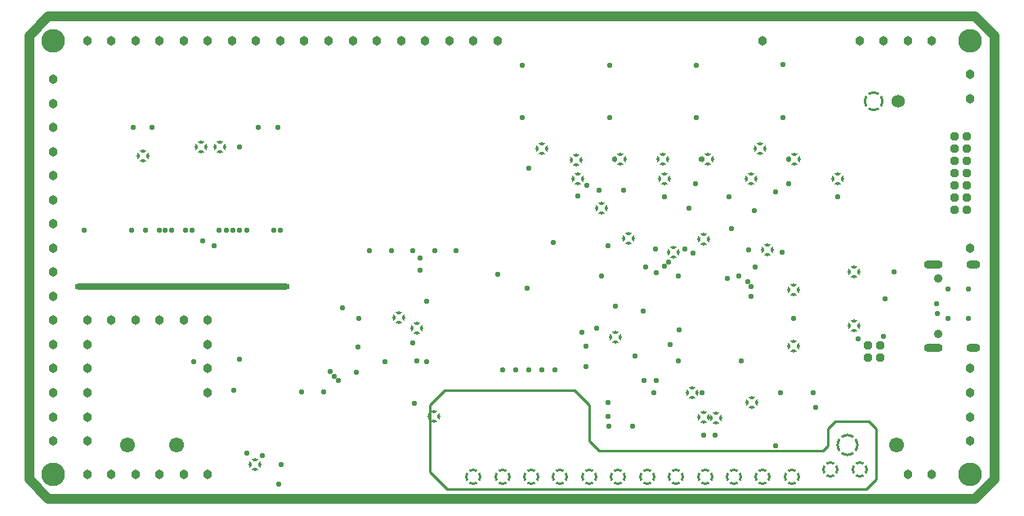
<source format=gbr>
%TF.GenerationSoftware,Altium Limited,Altium Designer,21.0.8 (223)*%
G04 Layer_Physical_Order=2*
G04 Layer_Color=32768*
%FSLAX45Y45*%
%MOMM*%
%TF.SameCoordinates,93EC2011-4169-4821-B187-25AADE7CFEA4*%
%TF.FilePolarity,Negative*%
%TF.FileFunction,Copper,L2,Inr,Plane*%
%TF.Part,Single*%
G01*
G75*
%TA.AperFunction,NonConductor*%
%ADD56C,0.25400*%
%ADD57C,1.01600*%
%TA.AperFunction,ComponentPad*%
G04:AMPARAMS|DCode=58|XSize=2.116mm|YSize=2.116mm|CornerRadius=0mm|HoleSize=0mm|Usage=FLASHONLY|Rotation=0.000|XOffset=0mm|YOffset=0mm|HoleType=Round|Shape=Relief|Width=0.254mm|Gap=0.254mm|Entries=4|*
%AMTHD58*
7,0,0,2.11600,1.60800,0.25400,45*
%
%ADD58THD58*%
%ADD59C,1.35400*%
%ADD60C,0.95400*%
%TA.AperFunction,ViaPad*%
%ADD61C,2.45400*%
%TA.AperFunction,ComponentPad*%
%ADD62O,1.45400X0.85400*%
%ADD63O,1.95400X0.85400*%
%ADD64C,0.90400*%
G04:AMPARAMS|DCode=65|XSize=2.316mm|YSize=2.316mm|CornerRadius=0mm|HoleSize=0mm|Usage=FLASHONLY|Rotation=0.000|XOffset=0mm|YOffset=0mm|HoleType=Round|Shape=Relief|Width=0.254mm|Gap=0.254mm|Entries=4|*
%AMTHD65*
7,0,0,2.31600,1.80800,0.25400,45*
%
%ADD65THD65*%
%ADD66C,1.55400*%
%ADD67O,22.25400X0.65400*%
%TA.AperFunction,ViaPad*%
%ADD68C,0.96520*%
%ADD69C,0.55400*%
G04:AMPARAMS|DCode=70|XSize=1.316mm|YSize=1.316mm|CornerRadius=0mm|HoleSize=0mm|Usage=FLASHONLY|Rotation=0.000|XOffset=0mm|YOffset=0mm|HoleType=Round|Shape=Relief|Width=0.254mm|Gap=0.254mm|Entries=4|*
%AMTHD70*
7,0,0,1.31600,0.80800,0.25400,45*
%
%ADD70THD70*%
G04:AMPARAMS|DCode=71|XSize=1.7272mm|YSize=1.7272mm|CornerRadius=0mm|HoleSize=0mm|Usage=FLASHONLY|Rotation=0.000|XOffset=0mm|YOffset=0mm|HoleType=Round|Shape=Relief|Width=0.254mm|Gap=0.254mm|Entries=4|*
%AMTHD71*
7,0,0,1.72720,1.21920,0.25400,45*
%
%ADD71THD71*%
D56*
X4150000Y275000D02*
Y300000D01*
X8775000Y562500D02*
Y725000D01*
Y200000D02*
Y437500D01*
X8700000Y800000D02*
X8775000Y725000D01*
X8350000Y800000D02*
X8700000D01*
X8275000Y725000D02*
X8350000Y800000D01*
X8275000Y550000D02*
Y725000D01*
X8225000Y500000D02*
X8275000Y550000D01*
X5900000Y500000D02*
X8225000D01*
X5800000Y600000D02*
X5900000Y500000D01*
X5800000Y600000D02*
Y975000D01*
X5650000Y1125000D02*
X5800000Y975000D01*
X4300000Y1125000D02*
X5650000D01*
X4150000Y975000D02*
X4300000Y1125000D01*
X4150000Y300000D02*
Y975000D01*
Y275000D02*
X4325000Y100000D01*
X8675000D01*
X8775000Y200000D01*
Y437500D02*
Y562500D01*
D57*
X10000000Y200000D02*
Y4800000D01*
X9800000Y5000000D02*
X10000000Y4800000D01*
X200000Y5000000D02*
X9800000D01*
X0Y4800000D02*
X200000Y5000000D01*
X0Y200000D02*
X0Y4800000D01*
X0Y200000D02*
X200000Y0D01*
X9800000D01*
X10000000Y200000D01*
D58*
X8748000Y4125000D02*
D03*
D59*
X9002000D02*
D03*
D60*
X9713500Y3756000D02*
D03*
X9586500D02*
D03*
X9713500Y3629000D02*
D03*
Y3502000D02*
D03*
X9586500Y3629000D02*
D03*
Y3502000D02*
D03*
X9713500Y3375000D02*
D03*
X9586500D02*
D03*
X9713500Y3248000D02*
D03*
Y3121000D02*
D03*
Y2994000D02*
D03*
X9586500Y3248000D02*
D03*
Y3121000D02*
D03*
Y2994000D02*
D03*
X8811260Y1463040D02*
D03*
X8684260D02*
D03*
X8811260Y1590040D02*
D03*
X8684260D02*
D03*
D61*
X250000Y250000D02*
D03*
X9750000D02*
D03*
Y4750000D02*
D03*
X250000D02*
D03*
D62*
X9782000Y1568000D02*
D03*
Y2432000D02*
D03*
D63*
X9364000D02*
D03*
Y1568000D02*
D03*
D64*
X9417000Y2289000D02*
D03*
Y1711000D02*
D03*
D65*
X8476000Y558800D02*
D03*
D66*
X8984000D02*
D03*
X1016000D02*
D03*
X1524000D02*
D03*
D67*
X1584500Y2197600D02*
D03*
D68*
X9750000Y1100000D02*
D03*
X9100000Y250000D02*
D03*
X9350000D02*
D03*
X9750000Y600000D02*
D03*
Y850000D02*
D03*
Y1350000D02*
D03*
Y2600000D02*
D03*
Y4150000D02*
D03*
Y4400000D02*
D03*
X1850000Y1100000D02*
D03*
Y1350000D02*
D03*
Y1600000D02*
D03*
Y1850000D02*
D03*
X1600000D02*
D03*
X1350000D02*
D03*
X1100000D02*
D03*
X850000D02*
D03*
X600000D02*
D03*
Y1600000D02*
D03*
Y1350000D02*
D03*
Y1100000D02*
D03*
Y850000D02*
D03*
Y600000D02*
D03*
Y250000D02*
D03*
X850000D02*
D03*
X1100000D02*
D03*
X1350000D02*
D03*
X1600000D02*
D03*
X1850000D02*
D03*
X8600000Y4750000D02*
D03*
X8850000D02*
D03*
X9100000D02*
D03*
X9350000D02*
D03*
X4600000D02*
D03*
X4850000D02*
D03*
X7600000D02*
D03*
X600000D02*
D03*
X850000D02*
D03*
X1100000D02*
D03*
X1350000D02*
D03*
X1600000D02*
D03*
X1850000D02*
D03*
X2100000D02*
D03*
X2350000D02*
D03*
X2600000D02*
D03*
X2850000D02*
D03*
X3100000D02*
D03*
X3350000D02*
D03*
X3600000D02*
D03*
X3850000D02*
D03*
X4100000D02*
D03*
X4350000D02*
D03*
X250000Y4350000D02*
D03*
Y4100000D02*
D03*
Y3850000D02*
D03*
Y3600000D02*
D03*
Y3350000D02*
D03*
Y3100000D02*
D03*
Y2850000D02*
D03*
Y2600000D02*
D03*
Y2350000D02*
D03*
Y2100000D02*
D03*
Y1850000D02*
D03*
Y1600000D02*
D03*
Y1350000D02*
D03*
Y1100000D02*
D03*
Y850000D02*
D03*
Y600000D02*
D03*
D69*
X5999480Y1000520D02*
D03*
X5725000Y1725000D02*
D03*
X1700000Y1425000D02*
D03*
X4424680Y2575560D02*
D03*
X5996940Y2620920D02*
D03*
X7475220Y2100580D02*
D03*
X5427980Y2654300D02*
D03*
X6489700Y2590800D02*
D03*
X6875671Y2548786D02*
D03*
X7802880Y2557780D02*
D03*
X6367780Y1229360D02*
D03*
X6494780D02*
D03*
X8125000Y1100000D02*
D03*
X4050539Y2498599D02*
D03*
X4050030Y2366010D02*
D03*
X3246120Y1978660D02*
D03*
X3205480Y1229360D02*
D03*
X3116183Y1318260D02*
D03*
X3162300Y1272540D02*
D03*
X5875000Y1767500D02*
D03*
X7235925Y2281830D02*
D03*
X7349505Y2311187D02*
D03*
X7442200Y2250440D02*
D03*
X6622140Y2458546D02*
D03*
X6580907Y2410227D02*
D03*
X1478280Y2781300D02*
D03*
X7508240Y2989580D02*
D03*
X7277100Y2801620D02*
D03*
X6733540Y1750060D02*
D03*
X2606040Y355600D02*
D03*
X6642100Y1600200D02*
D03*
X8582660Y1656080D02*
D03*
X6000000Y855000D02*
D03*
X3975000Y2575000D02*
D03*
X4200000D02*
D03*
X3750000D02*
D03*
X3525000D02*
D03*
X6494780Y2342913D02*
D03*
X8150000Y950000D02*
D03*
X6068060Y2001520D02*
D03*
X2410460Y449580D02*
D03*
X2255000Y472960D02*
D03*
X4018280Y1427480D02*
D03*
X3683450Y1425200D02*
D03*
X7251700Y3129280D02*
D03*
X7868920Y3268980D02*
D03*
X7729220Y3182620D02*
D03*
X8371840Y3129280D02*
D03*
X7866380Y3522980D02*
D03*
X5173980Y1338580D02*
D03*
X5311140D02*
D03*
X5036820D02*
D03*
X5448300D02*
D03*
X4899660D02*
D03*
X9730740Y2174240D02*
D03*
Y1871980D02*
D03*
X8862060Y2075180D02*
D03*
X8846820Y1684020D02*
D03*
X7454900Y2585720D02*
D03*
X6791960Y2590800D02*
D03*
X6830060Y3012440D02*
D03*
X6578600Y3134360D02*
D03*
X6959600Y3520440D02*
D03*
X7807960Y3954780D02*
D03*
Y4500880D02*
D03*
X6911340Y3952240D02*
D03*
Y4498340D02*
D03*
X6009640Y3952240D02*
D03*
Y4498340D02*
D03*
X568960Y2786380D02*
D03*
X1059180D02*
D03*
X1201420D02*
D03*
X1343660D02*
D03*
X1409700D02*
D03*
X1620520D02*
D03*
X1689100D02*
D03*
X1968500D02*
D03*
X2039620D02*
D03*
X2110740D02*
D03*
X2600960D02*
D03*
X2529840D02*
D03*
X2250440D02*
D03*
X2179320D02*
D03*
X1074420Y3855720D02*
D03*
X1275080D02*
D03*
X2372360D02*
D03*
X2575560D02*
D03*
X2174240Y3652520D02*
D03*
X7919720Y1874520D02*
D03*
X5679440Y3136900D02*
D03*
X5778500Y3251200D02*
D03*
X6062980Y3520440D02*
D03*
X5171440Y3426460D02*
D03*
X5110480Y4498340D02*
D03*
Y3952240D02*
D03*
X2176780Y1450340D02*
D03*
X5161280Y2184400D02*
D03*
X4853940Y2326640D02*
D03*
X8956040Y2352040D02*
D03*
X9514840Y2174240D02*
D03*
Y1871980D02*
D03*
X2583180Y152400D02*
D03*
X6469380Y1097280D02*
D03*
X6969760Y1099820D02*
D03*
X7782560D02*
D03*
X7729220Y548640D02*
D03*
X7106920Y660400D02*
D03*
X6990080D02*
D03*
X6248400Y751840D02*
D03*
X6002020Y749300D02*
D03*
X7475220Y2199640D02*
D03*
X7376160Y1430020D02*
D03*
X6725920D02*
D03*
X6273800Y1480820D02*
D03*
X6724650Y2313940D02*
D03*
X1798320Y2677160D02*
D03*
X1913890Y2622867D02*
D03*
X6362700Y1948180D02*
D03*
X5768340Y1372540D02*
D03*
X5925820Y2308860D02*
D03*
X5763260Y1582420D02*
D03*
X6385560Y2400300D02*
D03*
X4117340Y2049780D02*
D03*
X4119880Y1424940D02*
D03*
X3992880Y988060D02*
D03*
X3975100Y1620520D02*
D03*
X3416300Y1874520D02*
D03*
X3403600Y1577340D02*
D03*
X3388360Y1315720D02*
D03*
X3048000Y1107440D02*
D03*
X2821940D02*
D03*
X2115820Y1125220D02*
D03*
X6903720Y3266440D02*
D03*
X6159500Y3197860D02*
D03*
X7523480Y2402840D02*
D03*
X5905500Y3200400D02*
D03*
X9403440Y2024380D02*
D03*
X9405620Y1925320D02*
D03*
D70*
X4196080Y858520D02*
D03*
X2341880Y353060D02*
D03*
X8371840Y3314700D02*
D03*
X7929880Y3522980D02*
D03*
X8547100Y1798320D02*
D03*
Y2352040D02*
D03*
X7645400Y2585720D02*
D03*
X6578600Y3317240D02*
D03*
X6126480Y3520440D02*
D03*
X6563360Y3522980D02*
D03*
X7025640Y3520440D02*
D03*
X7574280Y3632200D02*
D03*
X7477760Y3317240D02*
D03*
X1176250Y3557500D02*
D03*
X7917180Y2164080D02*
D03*
X7919720Y1582420D02*
D03*
X7487920Y998220D02*
D03*
X7117080Y840740D02*
D03*
X6982460Y843280D02*
D03*
X6870700Y1099820D02*
D03*
X6211240Y2702600D02*
D03*
X5930900Y3014980D02*
D03*
X5661660Y3515360D02*
D03*
X5679440Y3314700D02*
D03*
X5311140Y3632200D02*
D03*
X4018280Y1767840D02*
D03*
X3830320Y1877060D02*
D03*
X6075680Y1676400D02*
D03*
X6676390Y2559050D02*
D03*
X6982460Y2692400D02*
D03*
X1976120Y3652520D02*
D03*
X1775460D02*
D03*
D71*
X4600000Y225000D02*
D03*
X4900000D02*
D03*
X5200000D02*
D03*
X5500000D02*
D03*
X5800000D02*
D03*
X6100000D02*
D03*
X6400000D02*
D03*
X6700000D02*
D03*
X7000000D02*
D03*
X7300000D02*
D03*
X7600000D02*
D03*
X7900000D02*
D03*
X8300000Y300000D02*
D03*
X8600000D02*
D03*
%TF.MD5,518db13b74060feeab63e4a2fe3c9317*%
M02*

</source>
